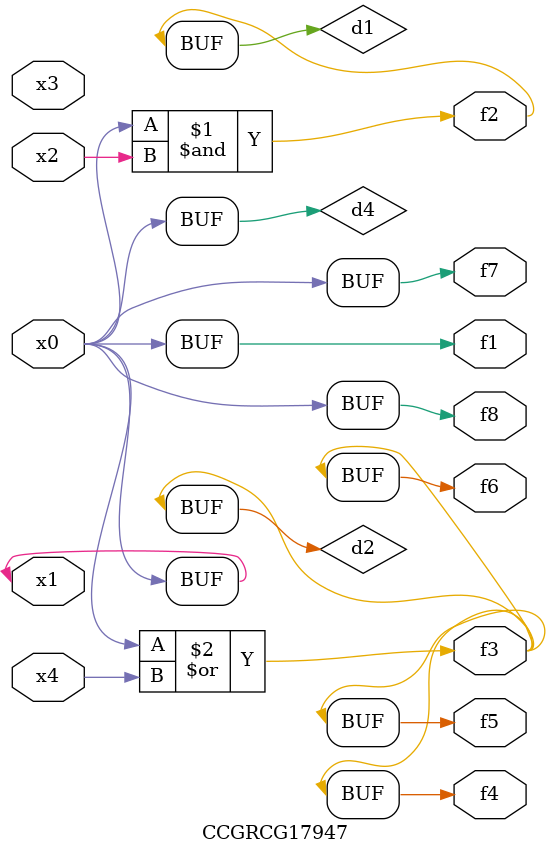
<source format=v>
module CCGRCG17947(
	input x0, x1, x2, x3, x4,
	output f1, f2, f3, f4, f5, f6, f7, f8
);

	wire d1, d2, d3, d4;

	and (d1, x0, x2);
	or (d2, x0, x4);
	nand (d3, x0, x2);
	buf (d4, x0, x1);
	assign f1 = d4;
	assign f2 = d1;
	assign f3 = d2;
	assign f4 = d2;
	assign f5 = d2;
	assign f6 = d2;
	assign f7 = d4;
	assign f8 = d4;
endmodule

</source>
